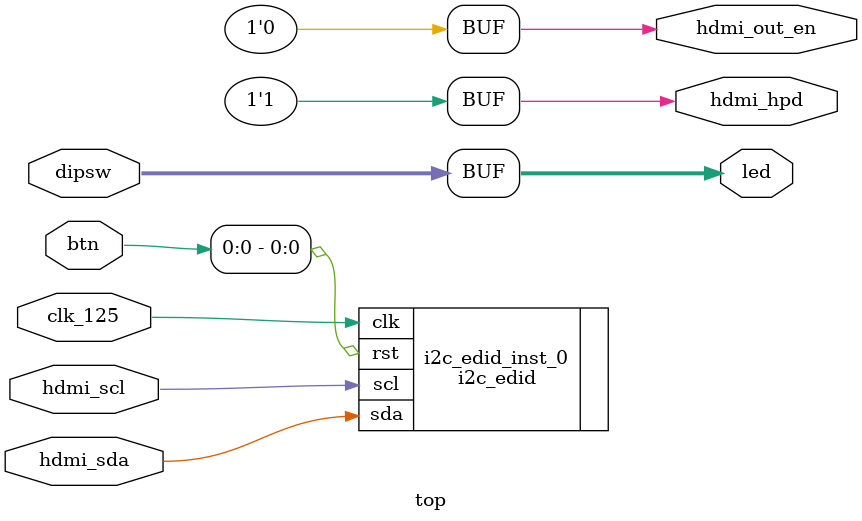
<source format=v>
`default_nettype none
`include "./setup.v"

module top (
	// CLOCK
	input  wire       clk_125,           // 125MHz system clock signal
	// dipswITCH
	input  wire [3:0] btn,
	input  wire [3:0] dipsw,             // switches
	output wire [3:0] led,
//	// TMDS
//	input  wire       hdmi_clk_p,
//	input  wire       hdmi_clk_n,
//	input  wire [2:0] hdmi_d_p,
//	input  wire [2:0] hdmi_d_n,
	output wire       hdmi_out_en,       // HDMI direction
	output wire       hdmi_hpd,          // Hot Plug Detect
	input  wire       hdmi_scl,          // DDC clock
	inout  wire       hdmi_sda           // DDC data
);

i2c_edid # (
//	.HEX_FILE("/home/tmatsuya/i2c_edid/software/edid/DELL3007WFP.hex")
//	.HEX_FILE("/home/tmatsuya/i2c_edid/software/edid/HP2159.hex")
	.HEX_FILE("/home/tmatsuya/i2c_edid/software/edid/BENQ_E2200HD.hex")
) i2c_edid_inst_0 (
`ifdef DEBUG
	.switch(dipsw),
	.led(led),
`endif
	.clk(clk_125),
	.rst(btn[0]),
	.scl(hdmi_scl),
	.sda(hdmi_sda)
);

`ifndef DEBUG
assign led = dipsw;
`endif
assign hdmi_out_en = 1'b0;	// HDMI Direction = input
assign hdmi_hpd    = 1'b1;	// Hot Plug Detect = High

endmodule // top
`default_nettype wire

</source>
